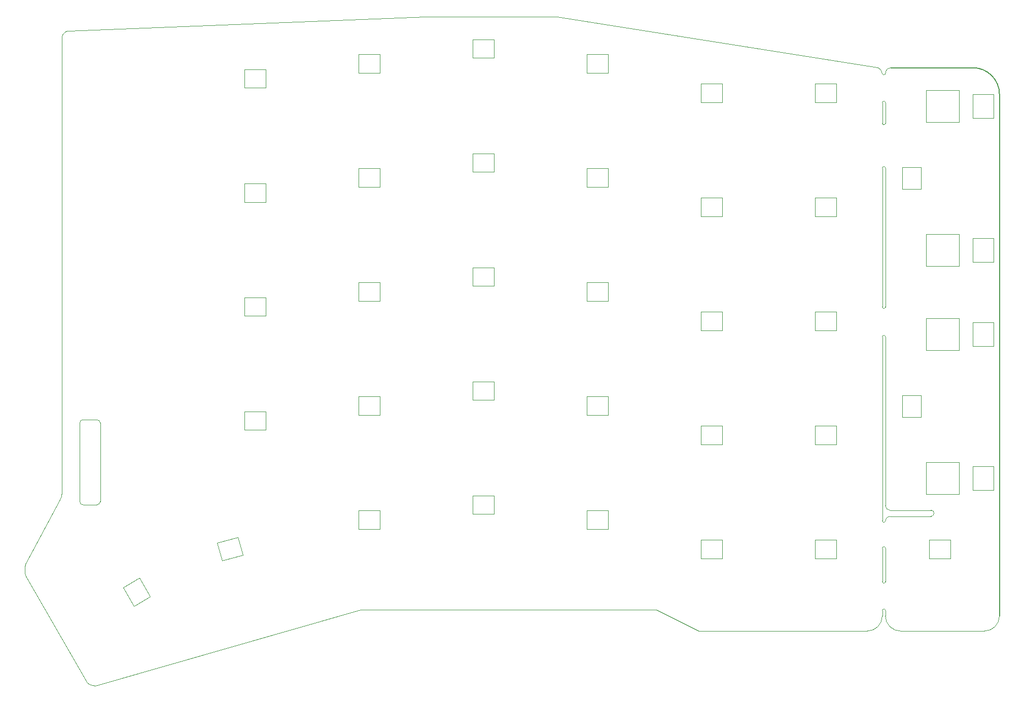
<source format=gm1>
G04 #@! TF.GenerationSoftware,KiCad,Pcbnew,5.1.10-88a1d61d58~90~ubuntu20.04.1*
G04 #@! TF.CreationDate,2022-01-19T17:27:53+02:00*
G04 #@! TF.ProjectId,SofleKeyboard,536f666c-654b-4657-9962-6f6172642e6b,rev?*
G04 #@! TF.SameCoordinates,Original*
G04 #@! TF.FileFunction,Profile,NP*
%FSLAX46Y46*%
G04 Gerber Fmt 4.6, Leading zero omitted, Abs format (unit mm)*
G04 Created by KiCad (PCBNEW 5.1.10-88a1d61d58~90~ubuntu20.04.1) date 2022-01-19 17:27:53*
%MOMM*%
%LPD*%
G01*
G04 APERTURE LIST*
G04 #@! TA.AperFunction,Profile*
%ADD10C,0.100000*%
G04 #@! TD*
G04 #@! TA.AperFunction,Profile*
%ADD11C,0.150000*%
G04 #@! TD*
G04 #@! TA.AperFunction,Profile*
%ADD12C,0.050000*%
G04 #@! TD*
G04 #@! TA.AperFunction,Profile*
%ADD13C,0.120000*%
G04 #@! TD*
G04 APERTURE END LIST*
D10*
X226539120Y-118406640D02*
X233397120Y-118406640D01*
X226539120Y-117390640D02*
X233397120Y-117390640D01*
X233397120Y-117390640D02*
G75*
G02*
X233397120Y-118406640I0J-508000D01*
G01*
X226539120Y-117390640D02*
G75*
G02*
X225777120Y-116628640I0J762000D01*
G01*
X225777120Y-119168640D02*
G75*
G02*
X226539120Y-118406640I762000J0D01*
G01*
X225269120Y-49318640D02*
G75*
G02*
X225777120Y-49318640I254000J0D01*
G01*
X225777120Y-83434640D02*
G75*
G02*
X225269120Y-83434640I-254000J0D01*
G01*
X225269120Y-88434640D02*
G75*
G02*
X225777120Y-88434640I254000J0D01*
G01*
X225777120Y-119168640D02*
G75*
G02*
X225269120Y-119168640I-254000J0D01*
G01*
X225269120Y-123740640D02*
G75*
G02*
X225777120Y-123740640I254000J0D01*
G01*
X225777120Y-129328640D02*
X225777120Y-123740640D01*
X225269120Y-123740640D02*
X225269120Y-129328640D01*
X225777120Y-135043640D02*
X225777120Y-134154640D01*
X225269120Y-135043640D02*
X225269120Y-134154640D01*
X225777120Y-129328640D02*
G75*
G02*
X225269120Y-129328640I-254000J0D01*
G01*
D11*
X244827120Y-135043640D02*
X244827120Y-47921640D01*
D10*
X242287120Y-137583640D02*
X228317120Y-137583640D01*
X244827120Y-135043640D02*
G75*
G02*
X242287120Y-137583640I-2540000J0D01*
G01*
X225777120Y-135043640D02*
G75*
G03*
X228317120Y-137583640I2540000J0D01*
G01*
X225269120Y-134154640D02*
G75*
G02*
X225777120Y-134154640I254000J0D01*
G01*
X222729120Y-137583640D02*
X194662120Y-137583640D01*
X225269120Y-135043640D02*
G75*
G02*
X222729120Y-137583640I-2540000J0D01*
G01*
X225777120Y-116628640D02*
X225777120Y-88434640D01*
X225269120Y-88434640D02*
X225269120Y-119168640D01*
X225777120Y-83434640D02*
X225777120Y-60240640D01*
X225269120Y-60240640D02*
G75*
G02*
X225777120Y-60240640I254000J0D01*
G01*
X225269120Y-60240640D02*
X225269120Y-83434640D01*
X225777120Y-52747640D02*
X225777120Y-49318640D01*
X225269120Y-49318640D02*
X225269120Y-52747640D01*
X225777120Y-52747640D02*
G75*
G02*
X225269120Y-52747640I-254000J0D01*
G01*
D11*
X240382120Y-43476640D02*
G75*
G02*
X244827120Y-47921640I0J-4445000D01*
G01*
X226706759Y-43476640D02*
X240382120Y-43476640D01*
D10*
X225817759Y-44365640D02*
G75*
G02*
X226706759Y-43476640I889000J0D01*
G01*
X225817759Y-44365640D02*
G75*
G02*
X225228481Y-44365640I-294639J0D01*
G01*
X224475913Y-43443386D02*
G75*
G02*
X225228481Y-44365640I-263432J-983141D01*
G01*
X138154128Y-134000000D02*
X93900000Y-146750000D01*
X89193680Y-37348815D02*
X89425853Y-37325405D01*
X88977436Y-37415945D02*
X89193680Y-37348815D01*
X149000000Y-35000000D02*
X170950000Y-35000000D01*
X88275257Y-114400000D02*
X88273857Y-38477435D01*
X194662120Y-137583640D02*
X187500000Y-134000000D01*
X92900000Y-146500000D02*
X93350000Y-146650000D01*
X82150000Y-127900000D02*
X82100000Y-127300000D01*
X93350000Y-146650000D02*
X93900000Y-146750000D01*
X88200000Y-115050000D02*
X88000000Y-115650000D01*
X82100000Y-127300000D02*
X82100000Y-126900000D01*
X82100000Y-126900000D02*
X82200000Y-126400000D01*
X82300000Y-128400000D02*
X82150000Y-127900000D01*
X88275257Y-114400000D02*
X88200000Y-115050000D01*
X149000000Y-35000000D02*
X89425853Y-37325405D01*
X138154128Y-134000000D02*
X187500000Y-134000000D01*
X92550000Y-146200000D02*
X92900000Y-146500000D01*
X88470590Y-37833327D02*
X88611259Y-37662831D01*
X88273857Y-38477435D02*
X88297257Y-38245261D01*
X88364377Y-38029014D02*
X88470590Y-37833327D01*
X82200000Y-126400000D02*
X88000000Y-115650000D01*
X88781752Y-37522160D02*
X88977436Y-37415945D01*
X88611259Y-37662831D02*
X88781752Y-37522160D01*
X88297257Y-38245261D02*
X88364377Y-38029014D01*
X170950000Y-35000000D02*
X224475441Y-43445146D01*
X92550000Y-146200000D02*
X82300000Y-128400000D01*
D12*
X94700000Y-115955000D02*
G75*
G02*
X94175000Y-116480000I-525000J0D01*
G01*
X91825000Y-116480000D02*
G75*
G02*
X91300000Y-115955000I0J525000D01*
G01*
X94175000Y-102280000D02*
G75*
G02*
X94700000Y-102805000I0J-525000D01*
G01*
X91300000Y-102805000D02*
G75*
G02*
X91825000Y-102280000I525000J0D01*
G01*
X94175000Y-102280000D02*
X91825000Y-102280000D01*
X91825000Y-116480000D02*
X94175000Y-116480000D01*
X91300000Y-102805000D02*
X91300000Y-115955000D01*
X94700000Y-115955000D02*
X94700000Y-102805000D01*
D13*
X240350000Y-114025000D02*
X243850000Y-114025000D01*
X243850000Y-110025000D02*
X240350000Y-110025000D01*
X240350000Y-110025000D02*
X240350000Y-114025000D01*
X243850000Y-110025000D02*
X243850000Y-114025000D01*
X238050000Y-109375000D02*
X232550000Y-109375000D01*
X232550000Y-114675000D02*
X238050000Y-114675000D01*
X238050000Y-109375000D02*
X238050000Y-114675000D01*
X232550000Y-109375000D02*
X232550000Y-114675000D01*
X240350000Y-90025000D02*
X243850000Y-90025000D01*
X243850000Y-86025000D02*
X240350000Y-86025000D01*
X240350000Y-86025000D02*
X240350000Y-90025000D01*
X243850000Y-86025000D02*
X243850000Y-90025000D01*
X238050000Y-85375000D02*
X232550000Y-85375000D01*
X232550000Y-90675000D02*
X238050000Y-90675000D01*
X238050000Y-85375000D02*
X238050000Y-90675000D01*
X232550000Y-85375000D02*
X232550000Y-90675000D01*
X217600000Y-49251000D02*
X217600000Y-46151000D01*
X217600000Y-46151000D02*
X214000000Y-46151000D01*
X214000000Y-46151000D02*
X214000000Y-49251000D01*
X214000000Y-49251000D02*
X217600000Y-49251000D01*
X240350000Y-75925000D02*
X243850000Y-75925000D01*
X243850000Y-71925000D02*
X240350000Y-71925000D01*
X240350000Y-71925000D02*
X240350000Y-75925000D01*
X243850000Y-71925000D02*
X243850000Y-75925000D01*
X238050000Y-71275000D02*
X232550000Y-71275000D01*
X232550000Y-76575000D02*
X238050000Y-76575000D01*
X238050000Y-71275000D02*
X238050000Y-76575000D01*
X232550000Y-71275000D02*
X232550000Y-76575000D01*
X240350000Y-51925000D02*
X243850000Y-51925000D01*
X243850000Y-47925000D02*
X240350000Y-47925000D01*
X240350000Y-47925000D02*
X240350000Y-51925000D01*
X243850000Y-47925000D02*
X243850000Y-51925000D01*
X238050000Y-47275000D02*
X232550000Y-47275000D01*
X232550000Y-52575000D02*
X238050000Y-52575000D01*
X238050000Y-47275000D02*
X238050000Y-52575000D01*
X232550000Y-47275000D02*
X232550000Y-52575000D01*
X231701000Y-63725000D02*
X231701000Y-60125000D01*
X228601000Y-63725000D02*
X231701000Y-63725000D01*
X228601000Y-60125000D02*
X228601000Y-63725000D01*
X231701000Y-60125000D02*
X228601000Y-60125000D01*
X198550000Y-106401000D02*
X198550000Y-103301000D01*
X198550000Y-103301000D02*
X194950000Y-103301000D01*
X194950000Y-103301000D02*
X194950000Y-106401000D01*
X194950000Y-106401000D02*
X198550000Y-106401000D01*
X217600000Y-106401000D02*
X217600000Y-103301000D01*
X217600000Y-103301000D02*
X214000000Y-103301000D01*
X214000000Y-103301000D02*
X214000000Y-106401000D01*
X214000000Y-106401000D02*
X217600000Y-106401000D01*
X214000000Y-125451000D02*
X217600000Y-125451000D01*
X214000000Y-122351000D02*
X214000000Y-125451000D01*
X217600000Y-122351000D02*
X214000000Y-122351000D01*
X217600000Y-125451000D02*
X217600000Y-122351000D01*
X194950000Y-125451000D02*
X198550000Y-125451000D01*
X194950000Y-122351000D02*
X194950000Y-125451000D01*
X198550000Y-122351000D02*
X194950000Y-122351000D01*
X198550000Y-125451000D02*
X198550000Y-122351000D01*
X233050000Y-125451000D02*
X236650000Y-125451000D01*
X233050000Y-122351000D02*
X233050000Y-125451000D01*
X236650000Y-122351000D02*
X233050000Y-122351000D01*
X236650000Y-125451000D02*
X236650000Y-122351000D01*
X231701000Y-101825000D02*
X231701000Y-98225000D01*
X228601000Y-101825000D02*
X231701000Y-101825000D01*
X228601000Y-98225000D02*
X228601000Y-101825000D01*
X231701000Y-98225000D02*
X228601000Y-98225000D01*
X179500000Y-120551000D02*
X179500000Y-117451000D01*
X179500000Y-117451000D02*
X175900000Y-117451000D01*
X175900000Y-117451000D02*
X175900000Y-120551000D01*
X175900000Y-120551000D02*
X179500000Y-120551000D01*
X160450000Y-118051000D02*
X160450000Y-114951000D01*
X160450000Y-114951000D02*
X156850000Y-114951000D01*
X156850000Y-114951000D02*
X156850000Y-118051000D01*
X156850000Y-118051000D02*
X160450000Y-118051000D01*
X141400000Y-120551000D02*
X141400000Y-117451000D01*
X141400000Y-117451000D02*
X137800000Y-117451000D01*
X137800000Y-117451000D02*
X137800000Y-120551000D01*
X137800000Y-120551000D02*
X141400000Y-120551000D01*
X118523645Y-124892425D02*
X117721306Y-121898055D01*
X117721306Y-121898055D02*
X114243973Y-122829804D01*
X114243973Y-122829804D02*
X115046312Y-125824174D01*
X115046312Y-125824174D02*
X118523645Y-124892425D01*
X100337114Y-133384346D02*
X103021793Y-131834346D01*
X103021793Y-131834346D02*
X101221793Y-128716654D01*
X101221793Y-128716654D02*
X98537114Y-130266654D01*
X98537114Y-130266654D02*
X100337114Y-133384346D01*
X179500000Y-101501000D02*
X179500000Y-98401000D01*
X179500000Y-98401000D02*
X175900000Y-98401000D01*
X175900000Y-98401000D02*
X175900000Y-101501000D01*
X175900000Y-101501000D02*
X179500000Y-101501000D01*
X160450000Y-99001000D02*
X160450000Y-95901000D01*
X160450000Y-95901000D02*
X156850000Y-95901000D01*
X156850000Y-95901000D02*
X156850000Y-99001000D01*
X156850000Y-99001000D02*
X160450000Y-99001000D01*
X141400000Y-101501000D02*
X141400000Y-98401000D01*
X141400000Y-98401000D02*
X137800000Y-98401000D01*
X137800000Y-98401000D02*
X137800000Y-101501000D01*
X137800000Y-101501000D02*
X141400000Y-101501000D01*
X122350000Y-104001000D02*
X122350000Y-100901000D01*
X122350000Y-100901000D02*
X118750000Y-100901000D01*
X118750000Y-100901000D02*
X118750000Y-104001000D01*
X118750000Y-104001000D02*
X122350000Y-104001000D01*
X217600000Y-87351000D02*
X217600000Y-84251000D01*
X217600000Y-84251000D02*
X214000000Y-84251000D01*
X214000000Y-84251000D02*
X214000000Y-87351000D01*
X214000000Y-87351000D02*
X217600000Y-87351000D01*
X198550000Y-87351000D02*
X198550000Y-84251000D01*
X198550000Y-84251000D02*
X194950000Y-84251000D01*
X194950000Y-84251000D02*
X194950000Y-87351000D01*
X194950000Y-87351000D02*
X198550000Y-87351000D01*
X179500000Y-82451000D02*
X179500000Y-79351000D01*
X179500000Y-79351000D02*
X175900000Y-79351000D01*
X175900000Y-79351000D02*
X175900000Y-82451000D01*
X175900000Y-82451000D02*
X179500000Y-82451000D01*
X160450000Y-79951000D02*
X160450000Y-76851000D01*
X160450000Y-76851000D02*
X156850000Y-76851000D01*
X156850000Y-76851000D02*
X156850000Y-79951000D01*
X156850000Y-79951000D02*
X160450000Y-79951000D01*
X141400000Y-82451000D02*
X141400000Y-79351000D01*
X141400000Y-79351000D02*
X137800000Y-79351000D01*
X137800000Y-79351000D02*
X137800000Y-82451000D01*
X137800000Y-82451000D02*
X141400000Y-82451000D01*
X122350000Y-84951000D02*
X122350000Y-81851000D01*
X122350000Y-81851000D02*
X118750000Y-81851000D01*
X118750000Y-81851000D02*
X118750000Y-84951000D01*
X118750000Y-84951000D02*
X122350000Y-84951000D01*
X217600000Y-68301000D02*
X217600000Y-65201000D01*
X217600000Y-65201000D02*
X214000000Y-65201000D01*
X214000000Y-65201000D02*
X214000000Y-68301000D01*
X214000000Y-68301000D02*
X217600000Y-68301000D01*
X198550000Y-68301000D02*
X198550000Y-65201000D01*
X198550000Y-65201000D02*
X194950000Y-65201000D01*
X194950000Y-65201000D02*
X194950000Y-68301000D01*
X194950000Y-68301000D02*
X198550000Y-68301000D01*
X179500000Y-63401000D02*
X179500000Y-60301000D01*
X179500000Y-60301000D02*
X175900000Y-60301000D01*
X175900000Y-60301000D02*
X175900000Y-63401000D01*
X175900000Y-63401000D02*
X179500000Y-63401000D01*
X160450000Y-60901000D02*
X160450000Y-57801000D01*
X160450000Y-57801000D02*
X156850000Y-57801000D01*
X156850000Y-57801000D02*
X156850000Y-60901000D01*
X156850000Y-60901000D02*
X160450000Y-60901000D01*
X141400000Y-63401000D02*
X141400000Y-60301000D01*
X141400000Y-60301000D02*
X137800000Y-60301000D01*
X137800000Y-60301000D02*
X137800000Y-63401000D01*
X137800000Y-63401000D02*
X141400000Y-63401000D01*
X122350000Y-65951000D02*
X122350000Y-62851000D01*
X122350000Y-62851000D02*
X118750000Y-62851000D01*
X118750000Y-62851000D02*
X118750000Y-65951000D01*
X118750000Y-65951000D02*
X122350000Y-65951000D01*
X198550000Y-49251000D02*
X198550000Y-46151000D01*
X198550000Y-46151000D02*
X194950000Y-46151000D01*
X194950000Y-46151000D02*
X194950000Y-49251000D01*
X194950000Y-49251000D02*
X198550000Y-49251000D01*
X179500000Y-44351000D02*
X179500000Y-41251000D01*
X179500000Y-41251000D02*
X175900000Y-41251000D01*
X175900000Y-41251000D02*
X175900000Y-44351000D01*
X175900000Y-44351000D02*
X179500000Y-44351000D01*
X160450000Y-41851000D02*
X160450000Y-38751000D01*
X160450000Y-38751000D02*
X156850000Y-38751000D01*
X156850000Y-38751000D02*
X156850000Y-41851000D01*
X156850000Y-41851000D02*
X160450000Y-41851000D01*
X141400000Y-44351000D02*
X141400000Y-41251000D01*
X141400000Y-41251000D02*
X137800000Y-41251000D01*
X137800000Y-41251000D02*
X137800000Y-44351000D01*
X137800000Y-44351000D02*
X141400000Y-44351000D01*
X122350000Y-46851000D02*
X122350000Y-43751000D01*
X122350000Y-43751000D02*
X118750000Y-43751000D01*
X118750000Y-43751000D02*
X118750000Y-46851000D01*
X118750000Y-46851000D02*
X122350000Y-46851000D01*
M02*

</source>
